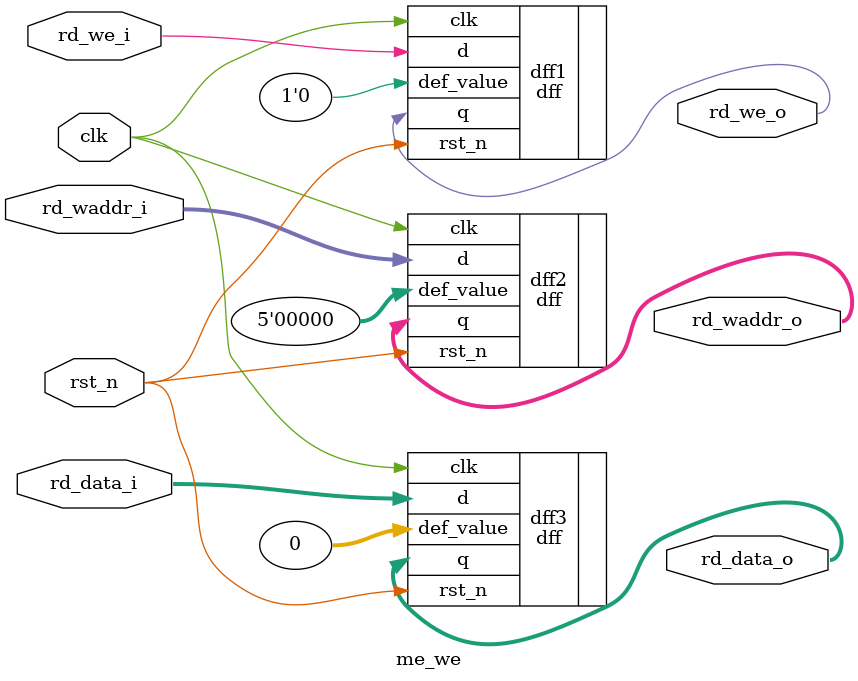
<source format=v>
`timescale 1ns / 1ps

module me_we(
    input               clk                        ,
    input               rst_n                      ,
    input              rd_we_i,           // ME阶段传来的写使能
    input      [4:0]   rd_waddr_i,        // ME阶段传来的写寄存器地址
    input      [31:0]  rd_data_i,         // ME阶段传来的写回数据 

    output              rd_we_o,           // ME阶段传来的写使能
    output      [4:0]   rd_waddr_o,        // ME阶段传来的写寄存器地址
    output      [31:0]  rd_data_o      // ME阶段传来的写回数据 
       
);
                                                                   
          
    dff #(
    1
    )
    dff1
    (
    .clk        (clk),
    .rst_n      (rst_n),
    .def_value  (1'b0)   ,
    .d          (rd_we_i)  ,
    .q          (rd_we_o)  
    );

        dff #(
    5
    )
    dff2
    (
    .clk        (clk),
    .rst_n      (rst_n),
    .def_value  (5'b0)   ,
    .d          (rd_waddr_i)  ,
    .q          (rd_waddr_o)  
    );

        dff #(
    32
    )
    dff3
    (
    .clk        (clk),
    .rst_n      (rst_n),
    .def_value  (32'b0)   ,
    .d          (rd_data_i)  ,
    .q          (rd_data_o)  
    );

endmodule
</source>
